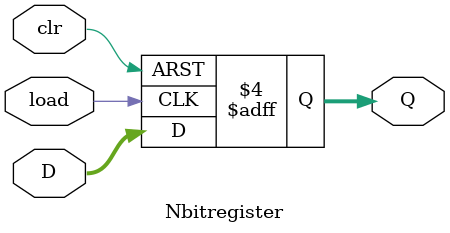
<source format=v>
module Nbitregister #(parameter N = 8)
(
input [N-1:0] D,
input load, clr,
output reg[N-1:0] Q
);
	always @(negedge load, negedge clr) begin
		if (clr == 1'b0) Q <= 0;
		else if(load == 1'b0) Q <= D;
	end
endmodule

</source>
